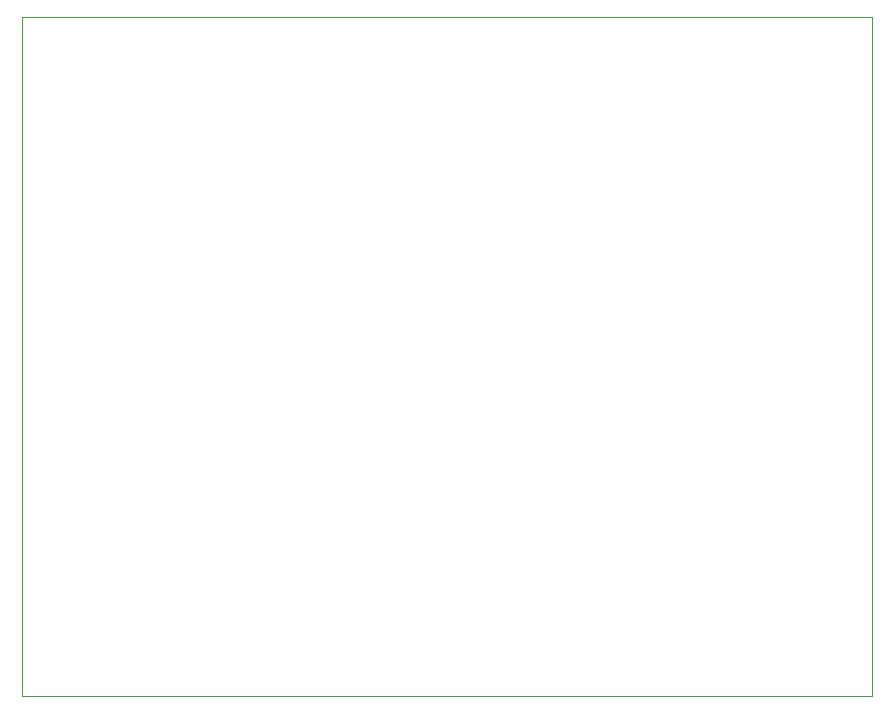
<source format=gbr>
%TF.GenerationSoftware,KiCad,Pcbnew,6.0.2+dfsg-1*%
%TF.CreationDate,2023-10-04T14:13:59+02:00*%
%TF.ProjectId,controller,636f6e74-726f-46c6-9c65-722e6b696361,rev?*%
%TF.SameCoordinates,Original*%
%TF.FileFunction,Legend,Bot*%
%TF.FilePolarity,Positive*%
%FSLAX46Y46*%
G04 Gerber Fmt 4.6, Leading zero omitted, Abs format (unit mm)*
G04 Created by KiCad (PCBNEW 6.0.2+dfsg-1) date 2023-10-04 14:13:59*
%MOMM*%
%LPD*%
G01*
G04 APERTURE LIST*
%TA.AperFunction,Profile*%
%ADD10C,0.100000*%
%TD*%
G04 APERTURE END LIST*
D10*
X76840000Y-69740000D02*
X148800000Y-69740000D01*
X148800000Y-69740000D02*
X148800000Y-127230000D01*
X148800000Y-127230000D02*
X76840000Y-127230000D01*
X76840000Y-127230000D02*
X76840000Y-69740000D01*
M02*

</source>
